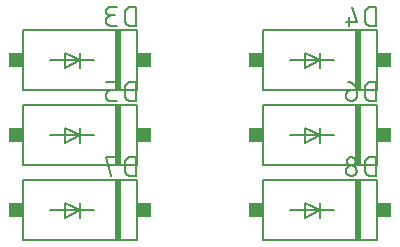
<source format=gbr>
G04 EAGLE Gerber RS-274X export*
G75*
%MOMM*%
%FSLAX34Y34*%
%LPD*%
%INSilkscreen Bottom*%
%IPPOS*%
%AMOC8*
5,1,8,0,0,1.08239X$1,22.5*%
G01*
%ADD10C,0.152400*%
%ADD11R,0.508000X5.080000*%
%ADD12R,1.143000X1.270000*%
%ADD13C,0.177800*%


D10*
X276860Y619600D02*
X276860Y670400D01*
X180340Y670400D02*
X180340Y619600D01*
X180340Y670400D02*
X276860Y670400D01*
X276860Y619600D02*
X180340Y619600D01*
X228600Y645000D02*
X240030Y645000D01*
X228600Y645000D02*
X228600Y651350D01*
X228600Y645000D02*
X215900Y651350D01*
X228600Y645000D02*
X203200Y645000D01*
X228600Y645000D02*
X228600Y638650D01*
X215900Y638650D02*
X215900Y651350D01*
X215900Y638650D02*
X228600Y645000D01*
D11*
X260350Y645000D03*
D12*
X174625Y645000D03*
X282575Y645000D03*
D13*
X275717Y674083D02*
X275717Y690085D01*
X271272Y690085D01*
X271140Y690083D01*
X271009Y690077D01*
X270877Y690067D01*
X270746Y690054D01*
X270616Y690036D01*
X270486Y690015D01*
X270356Y689990D01*
X270228Y689961D01*
X270100Y689928D01*
X269974Y689891D01*
X269848Y689851D01*
X269724Y689807D01*
X269601Y689759D01*
X269480Y689708D01*
X269360Y689653D01*
X269242Y689595D01*
X269126Y689533D01*
X269012Y689467D01*
X268899Y689399D01*
X268789Y689327D01*
X268681Y689252D01*
X268575Y689173D01*
X268471Y689092D01*
X268370Y689007D01*
X268272Y688920D01*
X268176Y688829D01*
X268083Y688736D01*
X267992Y688640D01*
X267905Y688542D01*
X267820Y688441D01*
X267739Y688337D01*
X267660Y688231D01*
X267585Y688123D01*
X267513Y688013D01*
X267445Y687900D01*
X267379Y687786D01*
X267317Y687670D01*
X267259Y687552D01*
X267204Y687432D01*
X267153Y687311D01*
X267105Y687188D01*
X267061Y687064D01*
X267021Y686938D01*
X266984Y686812D01*
X266951Y686684D01*
X266922Y686556D01*
X266897Y686426D01*
X266876Y686296D01*
X266858Y686166D01*
X266845Y686035D01*
X266835Y685903D01*
X266829Y685772D01*
X266827Y685640D01*
X266827Y678528D01*
X266829Y678396D01*
X266835Y678265D01*
X266845Y678133D01*
X266858Y678002D01*
X266876Y677872D01*
X266897Y677742D01*
X266922Y677612D01*
X266951Y677484D01*
X266984Y677356D01*
X267021Y677230D01*
X267061Y677104D01*
X267105Y676980D01*
X267153Y676857D01*
X267204Y676736D01*
X267259Y676616D01*
X267317Y676498D01*
X267379Y676382D01*
X267445Y676268D01*
X267513Y676155D01*
X267585Y676045D01*
X267660Y675937D01*
X267739Y675831D01*
X267820Y675727D01*
X267905Y675626D01*
X267992Y675528D01*
X268083Y675432D01*
X268176Y675339D01*
X268272Y675248D01*
X268370Y675161D01*
X268471Y675076D01*
X268575Y674995D01*
X268681Y674916D01*
X268789Y674841D01*
X268899Y674769D01*
X269012Y674701D01*
X269126Y674635D01*
X269242Y674573D01*
X269360Y674515D01*
X269480Y674460D01*
X269601Y674409D01*
X269724Y674361D01*
X269848Y674317D01*
X269974Y674277D01*
X270100Y674240D01*
X270228Y674207D01*
X270356Y674178D01*
X270486Y674153D01*
X270616Y674132D01*
X270746Y674114D01*
X270877Y674101D01*
X271009Y674091D01*
X271140Y674085D01*
X271272Y674083D01*
X275717Y674083D01*
X259565Y674083D02*
X255120Y674083D01*
X254988Y674085D01*
X254857Y674091D01*
X254725Y674101D01*
X254594Y674114D01*
X254464Y674132D01*
X254334Y674153D01*
X254204Y674178D01*
X254076Y674207D01*
X253948Y674240D01*
X253822Y674277D01*
X253696Y674317D01*
X253572Y674361D01*
X253449Y674409D01*
X253328Y674460D01*
X253208Y674515D01*
X253090Y674573D01*
X252974Y674635D01*
X252860Y674701D01*
X252747Y674769D01*
X252637Y674841D01*
X252529Y674916D01*
X252423Y674995D01*
X252319Y675076D01*
X252218Y675161D01*
X252120Y675248D01*
X252024Y675339D01*
X251931Y675432D01*
X251840Y675528D01*
X251753Y675626D01*
X251668Y675727D01*
X251587Y675831D01*
X251508Y675937D01*
X251433Y676045D01*
X251361Y676155D01*
X251293Y676268D01*
X251227Y676382D01*
X251165Y676498D01*
X251107Y676616D01*
X251052Y676736D01*
X251001Y676857D01*
X250953Y676980D01*
X250909Y677104D01*
X250869Y677230D01*
X250832Y677356D01*
X250799Y677484D01*
X250770Y677612D01*
X250745Y677742D01*
X250724Y677872D01*
X250706Y678002D01*
X250693Y678133D01*
X250683Y678265D01*
X250677Y678396D01*
X250675Y678528D01*
X250677Y678660D01*
X250683Y678791D01*
X250693Y678923D01*
X250706Y679054D01*
X250724Y679184D01*
X250745Y679314D01*
X250770Y679444D01*
X250799Y679572D01*
X250832Y679700D01*
X250869Y679826D01*
X250909Y679952D01*
X250953Y680076D01*
X251001Y680199D01*
X251052Y680320D01*
X251107Y680440D01*
X251165Y680558D01*
X251227Y680674D01*
X251293Y680788D01*
X251361Y680901D01*
X251433Y681011D01*
X251508Y681119D01*
X251587Y681225D01*
X251668Y681329D01*
X251753Y681430D01*
X251840Y681528D01*
X251931Y681624D01*
X252024Y681717D01*
X252120Y681808D01*
X252218Y681895D01*
X252319Y681980D01*
X252423Y682061D01*
X252529Y682140D01*
X252637Y682215D01*
X252747Y682287D01*
X252860Y682355D01*
X252974Y682421D01*
X253090Y682483D01*
X253208Y682541D01*
X253328Y682596D01*
X253449Y682647D01*
X253572Y682695D01*
X253696Y682739D01*
X253822Y682779D01*
X253948Y682816D01*
X254076Y682849D01*
X254204Y682878D01*
X254334Y682903D01*
X254464Y682924D01*
X254594Y682942D01*
X254725Y682955D01*
X254857Y682965D01*
X254988Y682971D01*
X255120Y682973D01*
X254231Y690085D02*
X259565Y690085D01*
X254231Y690085D02*
X254113Y690083D01*
X253996Y690077D01*
X253879Y690068D01*
X253762Y690054D01*
X253646Y690037D01*
X253530Y690015D01*
X253415Y689990D01*
X253301Y689961D01*
X253188Y689929D01*
X253076Y689892D01*
X252966Y689852D01*
X252857Y689809D01*
X252749Y689761D01*
X252643Y689711D01*
X252539Y689656D01*
X252436Y689599D01*
X252336Y689538D01*
X252237Y689473D01*
X252141Y689406D01*
X252047Y689335D01*
X251955Y689261D01*
X251866Y689185D01*
X251780Y689105D01*
X251696Y689023D01*
X251615Y688937D01*
X251537Y688850D01*
X251461Y688759D01*
X251389Y688666D01*
X251320Y688571D01*
X251254Y688474D01*
X251191Y688374D01*
X251132Y688273D01*
X251076Y688170D01*
X251024Y688064D01*
X250975Y687957D01*
X250929Y687849D01*
X250887Y687739D01*
X250849Y687628D01*
X250815Y687515D01*
X250784Y687402D01*
X250757Y687287D01*
X250734Y687172D01*
X250714Y687056D01*
X250699Y686940D01*
X250687Y686823D01*
X250679Y686705D01*
X250675Y686588D01*
X250675Y686470D01*
X250679Y686353D01*
X250687Y686235D01*
X250699Y686118D01*
X250714Y686002D01*
X250734Y685886D01*
X250757Y685771D01*
X250784Y685656D01*
X250815Y685543D01*
X250849Y685430D01*
X250887Y685319D01*
X250929Y685209D01*
X250975Y685101D01*
X251024Y684994D01*
X251076Y684888D01*
X251132Y684785D01*
X251191Y684684D01*
X251254Y684584D01*
X251320Y684487D01*
X251389Y684392D01*
X251461Y684299D01*
X251537Y684208D01*
X251615Y684121D01*
X251696Y684035D01*
X251780Y683953D01*
X251866Y683873D01*
X251955Y683797D01*
X252047Y683723D01*
X252141Y683652D01*
X252237Y683585D01*
X252336Y683520D01*
X252436Y683459D01*
X252539Y683402D01*
X252643Y683347D01*
X252749Y683297D01*
X252857Y683249D01*
X252966Y683206D01*
X253076Y683166D01*
X253188Y683129D01*
X253301Y683097D01*
X253415Y683068D01*
X253530Y683043D01*
X253646Y683021D01*
X253762Y683004D01*
X253879Y682990D01*
X253996Y682981D01*
X254113Y682975D01*
X254231Y682973D01*
X257787Y682973D01*
D10*
X480060Y670400D02*
X480060Y619600D01*
X383540Y619600D02*
X383540Y670400D01*
X480060Y670400D01*
X480060Y619600D02*
X383540Y619600D01*
X431800Y645000D02*
X443230Y645000D01*
X431800Y645000D02*
X431800Y651350D01*
X431800Y645000D02*
X419100Y651350D01*
X431800Y645000D02*
X406400Y645000D01*
X431800Y645000D02*
X431800Y638650D01*
X419100Y638650D02*
X419100Y651350D01*
X419100Y638650D02*
X431800Y645000D01*
D11*
X463550Y645000D03*
D12*
X377825Y645000D03*
X485775Y645000D03*
D13*
X478917Y674083D02*
X478917Y690085D01*
X474472Y690085D01*
X474340Y690083D01*
X474209Y690077D01*
X474077Y690067D01*
X473946Y690054D01*
X473816Y690036D01*
X473686Y690015D01*
X473556Y689990D01*
X473428Y689961D01*
X473300Y689928D01*
X473174Y689891D01*
X473048Y689851D01*
X472924Y689807D01*
X472801Y689759D01*
X472680Y689708D01*
X472560Y689653D01*
X472442Y689595D01*
X472326Y689533D01*
X472212Y689467D01*
X472099Y689399D01*
X471989Y689327D01*
X471881Y689252D01*
X471775Y689173D01*
X471671Y689092D01*
X471570Y689007D01*
X471472Y688920D01*
X471376Y688829D01*
X471283Y688736D01*
X471192Y688640D01*
X471105Y688542D01*
X471020Y688441D01*
X470939Y688337D01*
X470860Y688231D01*
X470785Y688123D01*
X470713Y688013D01*
X470645Y687900D01*
X470579Y687786D01*
X470517Y687670D01*
X470459Y687552D01*
X470404Y687432D01*
X470353Y687311D01*
X470305Y687188D01*
X470261Y687064D01*
X470221Y686938D01*
X470184Y686812D01*
X470151Y686684D01*
X470122Y686556D01*
X470097Y686426D01*
X470076Y686296D01*
X470058Y686166D01*
X470045Y686035D01*
X470035Y685903D01*
X470029Y685772D01*
X470027Y685640D01*
X470027Y678528D01*
X470029Y678396D01*
X470035Y678265D01*
X470045Y678133D01*
X470058Y678002D01*
X470076Y677872D01*
X470097Y677742D01*
X470122Y677612D01*
X470151Y677484D01*
X470184Y677356D01*
X470221Y677230D01*
X470261Y677104D01*
X470305Y676980D01*
X470353Y676857D01*
X470404Y676736D01*
X470459Y676616D01*
X470517Y676498D01*
X470579Y676382D01*
X470645Y676268D01*
X470713Y676155D01*
X470785Y676045D01*
X470860Y675937D01*
X470939Y675831D01*
X471020Y675727D01*
X471105Y675626D01*
X471192Y675528D01*
X471283Y675432D01*
X471376Y675339D01*
X471472Y675248D01*
X471570Y675161D01*
X471671Y675076D01*
X471775Y674995D01*
X471881Y674916D01*
X471989Y674841D01*
X472099Y674769D01*
X472212Y674701D01*
X472326Y674635D01*
X472442Y674573D01*
X472560Y674515D01*
X472680Y674460D01*
X472801Y674409D01*
X472924Y674361D01*
X473048Y674317D01*
X473174Y674277D01*
X473300Y674240D01*
X473428Y674207D01*
X473556Y674178D01*
X473686Y674153D01*
X473816Y674132D01*
X473946Y674114D01*
X474077Y674101D01*
X474209Y674091D01*
X474340Y674085D01*
X474472Y674083D01*
X478917Y674083D01*
X462765Y677639D02*
X459209Y690085D01*
X462765Y677639D02*
X453875Y677639D01*
X456542Y681195D02*
X456542Y674083D01*
D10*
X276860Y606900D02*
X276860Y556100D01*
X180340Y556100D02*
X180340Y606900D01*
X276860Y606900D01*
X276860Y556100D02*
X180340Y556100D01*
X228600Y581500D02*
X240030Y581500D01*
X228600Y581500D02*
X228600Y587850D01*
X228600Y581500D02*
X215900Y587850D01*
X228600Y581500D02*
X203200Y581500D01*
X228600Y581500D02*
X228600Y575150D01*
X215900Y575150D02*
X215900Y587850D01*
X215900Y575150D02*
X228600Y581500D01*
D11*
X260350Y581500D03*
D12*
X174625Y581500D03*
X282575Y581500D03*
D13*
X275717Y610583D02*
X275717Y626585D01*
X271272Y626585D01*
X271140Y626583D01*
X271009Y626577D01*
X270877Y626567D01*
X270746Y626554D01*
X270616Y626536D01*
X270486Y626515D01*
X270356Y626490D01*
X270228Y626461D01*
X270100Y626428D01*
X269974Y626391D01*
X269848Y626351D01*
X269724Y626307D01*
X269601Y626259D01*
X269480Y626208D01*
X269360Y626153D01*
X269242Y626095D01*
X269126Y626033D01*
X269012Y625967D01*
X268899Y625899D01*
X268789Y625827D01*
X268681Y625752D01*
X268575Y625673D01*
X268471Y625592D01*
X268370Y625507D01*
X268272Y625420D01*
X268176Y625329D01*
X268083Y625236D01*
X267992Y625140D01*
X267905Y625042D01*
X267820Y624941D01*
X267739Y624837D01*
X267660Y624731D01*
X267585Y624623D01*
X267513Y624513D01*
X267445Y624400D01*
X267379Y624286D01*
X267317Y624170D01*
X267259Y624052D01*
X267204Y623932D01*
X267153Y623811D01*
X267105Y623688D01*
X267061Y623564D01*
X267021Y623438D01*
X266984Y623312D01*
X266951Y623184D01*
X266922Y623056D01*
X266897Y622926D01*
X266876Y622796D01*
X266858Y622666D01*
X266845Y622535D01*
X266835Y622403D01*
X266829Y622272D01*
X266827Y622140D01*
X266827Y615028D01*
X266829Y614896D01*
X266835Y614765D01*
X266845Y614633D01*
X266858Y614502D01*
X266876Y614372D01*
X266897Y614242D01*
X266922Y614112D01*
X266951Y613984D01*
X266984Y613856D01*
X267021Y613730D01*
X267061Y613604D01*
X267105Y613480D01*
X267153Y613357D01*
X267204Y613236D01*
X267259Y613116D01*
X267317Y612998D01*
X267379Y612882D01*
X267445Y612768D01*
X267513Y612655D01*
X267585Y612545D01*
X267660Y612437D01*
X267739Y612331D01*
X267820Y612227D01*
X267905Y612126D01*
X267992Y612028D01*
X268083Y611932D01*
X268176Y611839D01*
X268272Y611748D01*
X268370Y611661D01*
X268471Y611576D01*
X268575Y611495D01*
X268681Y611416D01*
X268789Y611341D01*
X268899Y611269D01*
X269012Y611201D01*
X269126Y611135D01*
X269242Y611073D01*
X269360Y611015D01*
X269480Y610960D01*
X269601Y610909D01*
X269724Y610861D01*
X269848Y610817D01*
X269974Y610777D01*
X270100Y610740D01*
X270228Y610707D01*
X270356Y610678D01*
X270486Y610653D01*
X270616Y610632D01*
X270746Y610614D01*
X270877Y610601D01*
X271009Y610591D01*
X271140Y610585D01*
X271272Y610583D01*
X275717Y610583D01*
X259565Y610583D02*
X254231Y610583D01*
X254115Y610585D01*
X253998Y610591D01*
X253882Y610600D01*
X253767Y610613D01*
X253652Y610630D01*
X253537Y610651D01*
X253424Y610676D01*
X253311Y610704D01*
X253199Y610736D01*
X253088Y610772D01*
X252978Y610811D01*
X252870Y610854D01*
X252763Y610900D01*
X252658Y610950D01*
X252555Y611003D01*
X252453Y611059D01*
X252353Y611119D01*
X252255Y611182D01*
X252160Y611249D01*
X252066Y611318D01*
X251975Y611390D01*
X251886Y611465D01*
X251800Y611544D01*
X251717Y611625D01*
X251636Y611708D01*
X251557Y611794D01*
X251482Y611883D01*
X251410Y611974D01*
X251341Y612068D01*
X251274Y612163D01*
X251211Y612261D01*
X251151Y612361D01*
X251095Y612463D01*
X251042Y612566D01*
X250992Y612671D01*
X250946Y612778D01*
X250903Y612886D01*
X250864Y612996D01*
X250828Y613107D01*
X250796Y613219D01*
X250768Y613332D01*
X250743Y613445D01*
X250722Y613560D01*
X250705Y613675D01*
X250692Y613790D01*
X250683Y613906D01*
X250677Y614023D01*
X250675Y614139D01*
X250675Y615917D01*
X250677Y616033D01*
X250683Y616150D01*
X250692Y616266D01*
X250705Y616381D01*
X250722Y616496D01*
X250743Y616611D01*
X250768Y616724D01*
X250796Y616837D01*
X250828Y616949D01*
X250864Y617060D01*
X250903Y617170D01*
X250946Y617278D01*
X250992Y617385D01*
X251042Y617490D01*
X251095Y617593D01*
X251151Y617695D01*
X251211Y617795D01*
X251274Y617893D01*
X251341Y617988D01*
X251410Y618082D01*
X251482Y618173D01*
X251557Y618262D01*
X251636Y618348D01*
X251717Y618431D01*
X251800Y618512D01*
X251886Y618591D01*
X251975Y618666D01*
X252066Y618738D01*
X252160Y618807D01*
X252255Y618874D01*
X252353Y618937D01*
X252453Y618997D01*
X252555Y619053D01*
X252658Y619106D01*
X252763Y619156D01*
X252870Y619202D01*
X252978Y619245D01*
X253088Y619284D01*
X253199Y619320D01*
X253311Y619352D01*
X253424Y619380D01*
X253537Y619405D01*
X253652Y619426D01*
X253767Y619443D01*
X253882Y619456D01*
X253998Y619465D01*
X254115Y619471D01*
X254231Y619473D01*
X259565Y619473D01*
X259565Y626585D01*
X250675Y626585D01*
D10*
X480060Y606900D02*
X480060Y556100D01*
X383540Y556100D02*
X383540Y606900D01*
X480060Y606900D01*
X480060Y556100D02*
X383540Y556100D01*
X431800Y581500D02*
X443230Y581500D01*
X431800Y581500D02*
X431800Y587850D01*
X431800Y581500D02*
X419100Y587850D01*
X431800Y581500D02*
X406400Y581500D01*
X431800Y581500D02*
X431800Y575150D01*
X419100Y575150D02*
X419100Y587850D01*
X419100Y575150D02*
X431800Y581500D01*
D11*
X463550Y581500D03*
D12*
X377825Y581500D03*
X485775Y581500D03*
D13*
X478917Y610583D02*
X478917Y626585D01*
X474472Y626585D01*
X474340Y626583D01*
X474209Y626577D01*
X474077Y626567D01*
X473946Y626554D01*
X473816Y626536D01*
X473686Y626515D01*
X473556Y626490D01*
X473428Y626461D01*
X473300Y626428D01*
X473174Y626391D01*
X473048Y626351D01*
X472924Y626307D01*
X472801Y626259D01*
X472680Y626208D01*
X472560Y626153D01*
X472442Y626095D01*
X472326Y626033D01*
X472212Y625967D01*
X472099Y625899D01*
X471989Y625827D01*
X471881Y625752D01*
X471775Y625673D01*
X471671Y625592D01*
X471570Y625507D01*
X471472Y625420D01*
X471376Y625329D01*
X471283Y625236D01*
X471192Y625140D01*
X471105Y625042D01*
X471020Y624941D01*
X470939Y624837D01*
X470860Y624731D01*
X470785Y624623D01*
X470713Y624513D01*
X470645Y624400D01*
X470579Y624286D01*
X470517Y624170D01*
X470459Y624052D01*
X470404Y623932D01*
X470353Y623811D01*
X470305Y623688D01*
X470261Y623564D01*
X470221Y623438D01*
X470184Y623312D01*
X470151Y623184D01*
X470122Y623056D01*
X470097Y622926D01*
X470076Y622796D01*
X470058Y622666D01*
X470045Y622535D01*
X470035Y622403D01*
X470029Y622272D01*
X470027Y622140D01*
X470027Y615028D01*
X470029Y614896D01*
X470035Y614765D01*
X470045Y614633D01*
X470058Y614502D01*
X470076Y614372D01*
X470097Y614242D01*
X470122Y614112D01*
X470151Y613984D01*
X470184Y613856D01*
X470221Y613730D01*
X470261Y613604D01*
X470305Y613480D01*
X470353Y613357D01*
X470404Y613236D01*
X470459Y613116D01*
X470517Y612998D01*
X470579Y612882D01*
X470645Y612768D01*
X470713Y612655D01*
X470785Y612545D01*
X470860Y612437D01*
X470939Y612331D01*
X471020Y612227D01*
X471105Y612126D01*
X471192Y612028D01*
X471283Y611932D01*
X471376Y611839D01*
X471472Y611748D01*
X471570Y611661D01*
X471671Y611576D01*
X471775Y611495D01*
X471881Y611416D01*
X471989Y611341D01*
X472099Y611269D01*
X472212Y611201D01*
X472326Y611135D01*
X472442Y611073D01*
X472560Y611015D01*
X472680Y610960D01*
X472801Y610909D01*
X472924Y610861D01*
X473048Y610817D01*
X473174Y610777D01*
X473300Y610740D01*
X473428Y610707D01*
X473556Y610678D01*
X473686Y610653D01*
X473816Y610632D01*
X473946Y610614D01*
X474077Y610601D01*
X474209Y610591D01*
X474340Y610585D01*
X474472Y610583D01*
X478917Y610583D01*
X462765Y619473D02*
X457431Y619473D01*
X457315Y619471D01*
X457198Y619465D01*
X457082Y619456D01*
X456967Y619443D01*
X456852Y619426D01*
X456737Y619405D01*
X456624Y619380D01*
X456511Y619352D01*
X456399Y619320D01*
X456288Y619284D01*
X456178Y619245D01*
X456070Y619202D01*
X455963Y619156D01*
X455858Y619106D01*
X455755Y619053D01*
X455653Y618997D01*
X455553Y618937D01*
X455455Y618874D01*
X455360Y618807D01*
X455266Y618738D01*
X455175Y618666D01*
X455086Y618591D01*
X455000Y618512D01*
X454917Y618431D01*
X454836Y618348D01*
X454757Y618262D01*
X454682Y618173D01*
X454610Y618082D01*
X454541Y617988D01*
X454474Y617893D01*
X454411Y617795D01*
X454351Y617695D01*
X454295Y617593D01*
X454242Y617490D01*
X454192Y617385D01*
X454146Y617278D01*
X454103Y617170D01*
X454064Y617060D01*
X454028Y616949D01*
X453996Y616837D01*
X453968Y616724D01*
X453943Y616611D01*
X453922Y616496D01*
X453905Y616381D01*
X453892Y616266D01*
X453883Y616150D01*
X453877Y616033D01*
X453875Y615917D01*
X453875Y615028D01*
X453877Y614896D01*
X453883Y614765D01*
X453893Y614633D01*
X453906Y614502D01*
X453924Y614372D01*
X453945Y614242D01*
X453970Y614112D01*
X453999Y613984D01*
X454032Y613856D01*
X454069Y613730D01*
X454109Y613604D01*
X454153Y613480D01*
X454201Y613357D01*
X454252Y613236D01*
X454307Y613116D01*
X454365Y612998D01*
X454427Y612882D01*
X454493Y612768D01*
X454561Y612655D01*
X454633Y612545D01*
X454708Y612437D01*
X454787Y612331D01*
X454868Y612227D01*
X454953Y612126D01*
X455040Y612028D01*
X455131Y611932D01*
X455224Y611839D01*
X455320Y611748D01*
X455418Y611661D01*
X455519Y611576D01*
X455623Y611495D01*
X455729Y611416D01*
X455837Y611341D01*
X455947Y611269D01*
X456060Y611201D01*
X456174Y611135D01*
X456290Y611073D01*
X456408Y611015D01*
X456528Y610960D01*
X456649Y610909D01*
X456772Y610861D01*
X456896Y610817D01*
X457022Y610777D01*
X457148Y610740D01*
X457276Y610707D01*
X457404Y610678D01*
X457534Y610653D01*
X457664Y610632D01*
X457794Y610614D01*
X457925Y610601D01*
X458057Y610591D01*
X458188Y610585D01*
X458320Y610583D01*
X458452Y610585D01*
X458583Y610591D01*
X458715Y610601D01*
X458846Y610614D01*
X458976Y610632D01*
X459106Y610653D01*
X459236Y610678D01*
X459364Y610707D01*
X459492Y610740D01*
X459618Y610777D01*
X459744Y610817D01*
X459868Y610861D01*
X459991Y610909D01*
X460112Y610960D01*
X460232Y611015D01*
X460350Y611073D01*
X460466Y611135D01*
X460580Y611201D01*
X460693Y611269D01*
X460803Y611341D01*
X460911Y611416D01*
X461017Y611495D01*
X461121Y611576D01*
X461222Y611661D01*
X461320Y611748D01*
X461416Y611839D01*
X461509Y611932D01*
X461600Y612028D01*
X461687Y612126D01*
X461772Y612227D01*
X461853Y612331D01*
X461932Y612437D01*
X462007Y612545D01*
X462079Y612655D01*
X462147Y612768D01*
X462213Y612882D01*
X462275Y612998D01*
X462333Y613116D01*
X462388Y613236D01*
X462439Y613357D01*
X462487Y613480D01*
X462531Y613604D01*
X462571Y613730D01*
X462608Y613856D01*
X462641Y613984D01*
X462670Y614112D01*
X462695Y614242D01*
X462716Y614372D01*
X462734Y614502D01*
X462747Y614633D01*
X462757Y614765D01*
X462763Y614896D01*
X462765Y615028D01*
X462765Y619473D01*
X462763Y619645D01*
X462757Y619817D01*
X462746Y619988D01*
X462732Y620159D01*
X462713Y620330D01*
X462690Y620501D01*
X462663Y620670D01*
X462633Y620839D01*
X462597Y621008D01*
X462558Y621175D01*
X462515Y621341D01*
X462468Y621507D01*
X462417Y621671D01*
X462362Y621834D01*
X462303Y621995D01*
X462240Y622155D01*
X462173Y622313D01*
X462103Y622470D01*
X462028Y622625D01*
X461950Y622778D01*
X461869Y622929D01*
X461783Y623078D01*
X461694Y623226D01*
X461602Y623370D01*
X461506Y623513D01*
X461407Y623653D01*
X461304Y623791D01*
X461198Y623926D01*
X461089Y624059D01*
X460976Y624189D01*
X460861Y624316D01*
X460742Y624441D01*
X460621Y624562D01*
X460496Y624681D01*
X460369Y624796D01*
X460239Y624909D01*
X460106Y625018D01*
X459971Y625124D01*
X459833Y625227D01*
X459693Y625326D01*
X459550Y625422D01*
X459406Y625514D01*
X459258Y625603D01*
X459109Y625689D01*
X458958Y625770D01*
X458805Y625848D01*
X458650Y625923D01*
X458493Y625993D01*
X458335Y626060D01*
X458175Y626123D01*
X458014Y626182D01*
X457851Y626237D01*
X457687Y626288D01*
X457521Y626335D01*
X457355Y626378D01*
X457188Y626417D01*
X457019Y626453D01*
X456850Y626483D01*
X456681Y626510D01*
X456510Y626533D01*
X456339Y626552D01*
X456168Y626566D01*
X455997Y626577D01*
X455825Y626583D01*
X455653Y626585D01*
D10*
X276860Y543400D02*
X276860Y492600D01*
X180340Y492600D02*
X180340Y543400D01*
X276860Y543400D01*
X276860Y492600D02*
X180340Y492600D01*
X228600Y518000D02*
X240030Y518000D01*
X228600Y518000D02*
X228600Y524350D01*
X228600Y518000D02*
X215900Y524350D01*
X228600Y518000D02*
X203200Y518000D01*
X228600Y518000D02*
X228600Y511650D01*
X215900Y511650D02*
X215900Y524350D01*
X215900Y511650D02*
X228600Y518000D01*
D11*
X260350Y518000D03*
D12*
X174625Y518000D03*
X282575Y518000D03*
D13*
X275717Y547083D02*
X275717Y563085D01*
X271272Y563085D01*
X271140Y563083D01*
X271009Y563077D01*
X270877Y563067D01*
X270746Y563054D01*
X270616Y563036D01*
X270486Y563015D01*
X270356Y562990D01*
X270228Y562961D01*
X270100Y562928D01*
X269974Y562891D01*
X269848Y562851D01*
X269724Y562807D01*
X269601Y562759D01*
X269480Y562708D01*
X269360Y562653D01*
X269242Y562595D01*
X269126Y562533D01*
X269012Y562467D01*
X268899Y562399D01*
X268789Y562327D01*
X268681Y562252D01*
X268575Y562173D01*
X268471Y562092D01*
X268370Y562007D01*
X268272Y561920D01*
X268176Y561829D01*
X268083Y561736D01*
X267992Y561640D01*
X267905Y561542D01*
X267820Y561441D01*
X267739Y561337D01*
X267660Y561231D01*
X267585Y561123D01*
X267513Y561013D01*
X267445Y560900D01*
X267379Y560786D01*
X267317Y560670D01*
X267259Y560552D01*
X267204Y560432D01*
X267153Y560311D01*
X267105Y560188D01*
X267061Y560064D01*
X267021Y559938D01*
X266984Y559812D01*
X266951Y559684D01*
X266922Y559556D01*
X266897Y559426D01*
X266876Y559296D01*
X266858Y559166D01*
X266845Y559035D01*
X266835Y558903D01*
X266829Y558772D01*
X266827Y558640D01*
X266827Y551528D01*
X266829Y551396D01*
X266835Y551265D01*
X266845Y551133D01*
X266858Y551002D01*
X266876Y550872D01*
X266897Y550742D01*
X266922Y550612D01*
X266951Y550484D01*
X266984Y550356D01*
X267021Y550230D01*
X267061Y550104D01*
X267105Y549980D01*
X267153Y549857D01*
X267204Y549736D01*
X267259Y549616D01*
X267317Y549498D01*
X267379Y549382D01*
X267445Y549268D01*
X267513Y549155D01*
X267585Y549045D01*
X267660Y548937D01*
X267739Y548831D01*
X267820Y548727D01*
X267905Y548626D01*
X267992Y548528D01*
X268083Y548432D01*
X268176Y548339D01*
X268272Y548248D01*
X268370Y548161D01*
X268471Y548076D01*
X268575Y547995D01*
X268681Y547916D01*
X268789Y547841D01*
X268899Y547769D01*
X269012Y547701D01*
X269126Y547635D01*
X269242Y547573D01*
X269360Y547515D01*
X269480Y547460D01*
X269601Y547409D01*
X269724Y547361D01*
X269848Y547317D01*
X269974Y547277D01*
X270100Y547240D01*
X270228Y547207D01*
X270356Y547178D01*
X270486Y547153D01*
X270616Y547132D01*
X270746Y547114D01*
X270877Y547101D01*
X271009Y547091D01*
X271140Y547085D01*
X271272Y547083D01*
X275717Y547083D01*
X259565Y561307D02*
X259565Y563085D01*
X250675Y563085D01*
X255120Y547083D01*
D10*
X480060Y543400D02*
X480060Y492600D01*
X383540Y492600D02*
X383540Y543400D01*
X480060Y543400D01*
X480060Y492600D02*
X383540Y492600D01*
X431800Y518000D02*
X443230Y518000D01*
X431800Y518000D02*
X431800Y524350D01*
X431800Y518000D02*
X419100Y524350D01*
X431800Y518000D02*
X406400Y518000D01*
X431800Y518000D02*
X431800Y511650D01*
X419100Y511650D02*
X419100Y524350D01*
X419100Y511650D02*
X431800Y518000D01*
D11*
X463550Y518000D03*
D12*
X377825Y518000D03*
X485775Y518000D03*
D13*
X478917Y547083D02*
X478917Y563085D01*
X474472Y563085D01*
X474340Y563083D01*
X474209Y563077D01*
X474077Y563067D01*
X473946Y563054D01*
X473816Y563036D01*
X473686Y563015D01*
X473556Y562990D01*
X473428Y562961D01*
X473300Y562928D01*
X473174Y562891D01*
X473048Y562851D01*
X472924Y562807D01*
X472801Y562759D01*
X472680Y562708D01*
X472560Y562653D01*
X472442Y562595D01*
X472326Y562533D01*
X472212Y562467D01*
X472099Y562399D01*
X471989Y562327D01*
X471881Y562252D01*
X471775Y562173D01*
X471671Y562092D01*
X471570Y562007D01*
X471472Y561920D01*
X471376Y561829D01*
X471283Y561736D01*
X471192Y561640D01*
X471105Y561542D01*
X471020Y561441D01*
X470939Y561337D01*
X470860Y561231D01*
X470785Y561123D01*
X470713Y561013D01*
X470645Y560900D01*
X470579Y560786D01*
X470517Y560670D01*
X470459Y560552D01*
X470404Y560432D01*
X470353Y560311D01*
X470305Y560188D01*
X470261Y560064D01*
X470221Y559938D01*
X470184Y559812D01*
X470151Y559684D01*
X470122Y559556D01*
X470097Y559426D01*
X470076Y559296D01*
X470058Y559166D01*
X470045Y559035D01*
X470035Y558903D01*
X470029Y558772D01*
X470027Y558640D01*
X470027Y551528D01*
X470029Y551396D01*
X470035Y551265D01*
X470045Y551133D01*
X470058Y551002D01*
X470076Y550872D01*
X470097Y550742D01*
X470122Y550612D01*
X470151Y550484D01*
X470184Y550356D01*
X470221Y550230D01*
X470261Y550104D01*
X470305Y549980D01*
X470353Y549857D01*
X470404Y549736D01*
X470459Y549616D01*
X470517Y549498D01*
X470579Y549382D01*
X470645Y549268D01*
X470713Y549155D01*
X470785Y549045D01*
X470860Y548937D01*
X470939Y548831D01*
X471020Y548727D01*
X471105Y548626D01*
X471192Y548528D01*
X471283Y548432D01*
X471376Y548339D01*
X471472Y548248D01*
X471570Y548161D01*
X471671Y548076D01*
X471775Y547995D01*
X471881Y547916D01*
X471989Y547841D01*
X472099Y547769D01*
X472212Y547701D01*
X472326Y547635D01*
X472442Y547573D01*
X472560Y547515D01*
X472680Y547460D01*
X472801Y547409D01*
X472924Y547361D01*
X473048Y547317D01*
X473174Y547277D01*
X473300Y547240D01*
X473428Y547207D01*
X473556Y547178D01*
X473686Y547153D01*
X473816Y547132D01*
X473946Y547114D01*
X474077Y547101D01*
X474209Y547091D01*
X474340Y547085D01*
X474472Y547083D01*
X478917Y547083D01*
X462765Y551528D02*
X462763Y551660D01*
X462757Y551791D01*
X462747Y551923D01*
X462734Y552054D01*
X462716Y552184D01*
X462695Y552314D01*
X462670Y552444D01*
X462641Y552572D01*
X462608Y552700D01*
X462571Y552826D01*
X462531Y552952D01*
X462487Y553076D01*
X462439Y553199D01*
X462388Y553320D01*
X462333Y553440D01*
X462275Y553558D01*
X462213Y553674D01*
X462147Y553788D01*
X462079Y553901D01*
X462007Y554011D01*
X461932Y554119D01*
X461853Y554225D01*
X461772Y554329D01*
X461687Y554430D01*
X461600Y554528D01*
X461509Y554624D01*
X461416Y554717D01*
X461320Y554808D01*
X461222Y554895D01*
X461121Y554980D01*
X461017Y555061D01*
X460911Y555140D01*
X460803Y555215D01*
X460693Y555287D01*
X460580Y555355D01*
X460466Y555421D01*
X460350Y555483D01*
X460232Y555541D01*
X460112Y555596D01*
X459991Y555647D01*
X459868Y555695D01*
X459744Y555739D01*
X459618Y555779D01*
X459492Y555816D01*
X459364Y555849D01*
X459236Y555878D01*
X459106Y555903D01*
X458976Y555924D01*
X458846Y555942D01*
X458715Y555955D01*
X458583Y555965D01*
X458452Y555971D01*
X458320Y555973D01*
X458188Y555971D01*
X458057Y555965D01*
X457925Y555955D01*
X457794Y555942D01*
X457664Y555924D01*
X457534Y555903D01*
X457404Y555878D01*
X457276Y555849D01*
X457148Y555816D01*
X457022Y555779D01*
X456896Y555739D01*
X456772Y555695D01*
X456649Y555647D01*
X456528Y555596D01*
X456408Y555541D01*
X456290Y555483D01*
X456174Y555421D01*
X456060Y555355D01*
X455947Y555287D01*
X455837Y555215D01*
X455729Y555140D01*
X455623Y555061D01*
X455519Y554980D01*
X455418Y554895D01*
X455320Y554808D01*
X455224Y554717D01*
X455131Y554624D01*
X455040Y554528D01*
X454953Y554430D01*
X454868Y554329D01*
X454787Y554225D01*
X454708Y554119D01*
X454633Y554011D01*
X454561Y553901D01*
X454493Y553788D01*
X454427Y553674D01*
X454365Y553558D01*
X454307Y553440D01*
X454252Y553320D01*
X454201Y553199D01*
X454153Y553076D01*
X454109Y552952D01*
X454069Y552826D01*
X454032Y552700D01*
X453999Y552572D01*
X453970Y552444D01*
X453945Y552314D01*
X453924Y552184D01*
X453906Y552054D01*
X453893Y551923D01*
X453883Y551791D01*
X453877Y551660D01*
X453875Y551528D01*
X453877Y551396D01*
X453883Y551265D01*
X453893Y551133D01*
X453906Y551002D01*
X453924Y550872D01*
X453945Y550742D01*
X453970Y550612D01*
X453999Y550484D01*
X454032Y550356D01*
X454069Y550230D01*
X454109Y550104D01*
X454153Y549980D01*
X454201Y549857D01*
X454252Y549736D01*
X454307Y549616D01*
X454365Y549498D01*
X454427Y549382D01*
X454493Y549268D01*
X454561Y549155D01*
X454633Y549045D01*
X454708Y548937D01*
X454787Y548831D01*
X454868Y548727D01*
X454953Y548626D01*
X455040Y548528D01*
X455131Y548432D01*
X455224Y548339D01*
X455320Y548248D01*
X455418Y548161D01*
X455519Y548076D01*
X455623Y547995D01*
X455729Y547916D01*
X455837Y547841D01*
X455947Y547769D01*
X456060Y547701D01*
X456174Y547635D01*
X456290Y547573D01*
X456408Y547515D01*
X456528Y547460D01*
X456649Y547409D01*
X456772Y547361D01*
X456896Y547317D01*
X457022Y547277D01*
X457148Y547240D01*
X457276Y547207D01*
X457404Y547178D01*
X457534Y547153D01*
X457664Y547132D01*
X457794Y547114D01*
X457925Y547101D01*
X458057Y547091D01*
X458188Y547085D01*
X458320Y547083D01*
X458452Y547085D01*
X458583Y547091D01*
X458715Y547101D01*
X458846Y547114D01*
X458976Y547132D01*
X459106Y547153D01*
X459236Y547178D01*
X459364Y547207D01*
X459492Y547240D01*
X459618Y547277D01*
X459744Y547317D01*
X459868Y547361D01*
X459991Y547409D01*
X460112Y547460D01*
X460232Y547515D01*
X460350Y547573D01*
X460466Y547635D01*
X460580Y547701D01*
X460693Y547769D01*
X460803Y547841D01*
X460911Y547916D01*
X461017Y547995D01*
X461121Y548076D01*
X461222Y548161D01*
X461320Y548248D01*
X461416Y548339D01*
X461509Y548432D01*
X461600Y548528D01*
X461687Y548626D01*
X461772Y548727D01*
X461853Y548831D01*
X461932Y548937D01*
X462007Y549045D01*
X462079Y549155D01*
X462147Y549268D01*
X462213Y549382D01*
X462275Y549498D01*
X462333Y549616D01*
X462388Y549736D01*
X462439Y549857D01*
X462487Y549980D01*
X462531Y550104D01*
X462571Y550230D01*
X462608Y550356D01*
X462641Y550484D01*
X462670Y550612D01*
X462695Y550742D01*
X462716Y550872D01*
X462734Y551002D01*
X462747Y551133D01*
X462757Y551265D01*
X462763Y551396D01*
X462765Y551528D01*
X461876Y559529D02*
X461874Y559647D01*
X461868Y559764D01*
X461859Y559881D01*
X461845Y559998D01*
X461828Y560114D01*
X461806Y560230D01*
X461781Y560345D01*
X461752Y560459D01*
X461720Y560572D01*
X461683Y560684D01*
X461643Y560794D01*
X461600Y560903D01*
X461552Y561011D01*
X461502Y561117D01*
X461447Y561221D01*
X461390Y561324D01*
X461329Y561424D01*
X461264Y561523D01*
X461197Y561619D01*
X461126Y561713D01*
X461052Y561805D01*
X460976Y561894D01*
X460896Y561980D01*
X460814Y562064D01*
X460728Y562145D01*
X460641Y562223D01*
X460550Y562299D01*
X460457Y562371D01*
X460362Y562440D01*
X460265Y562506D01*
X460165Y562569D01*
X460064Y562628D01*
X459961Y562684D01*
X459855Y562736D01*
X459748Y562785D01*
X459640Y562831D01*
X459530Y562873D01*
X459419Y562911D01*
X459306Y562945D01*
X459193Y562976D01*
X459078Y563003D01*
X458963Y563026D01*
X458847Y563046D01*
X458731Y563061D01*
X458614Y563073D01*
X458496Y563081D01*
X458379Y563085D01*
X458261Y563085D01*
X458144Y563081D01*
X458026Y563073D01*
X457909Y563061D01*
X457793Y563046D01*
X457677Y563026D01*
X457562Y563003D01*
X457447Y562976D01*
X457334Y562945D01*
X457221Y562911D01*
X457110Y562873D01*
X457000Y562831D01*
X456892Y562785D01*
X456785Y562736D01*
X456679Y562684D01*
X456576Y562628D01*
X456475Y562569D01*
X456375Y562506D01*
X456278Y562440D01*
X456183Y562371D01*
X456090Y562299D01*
X455999Y562223D01*
X455912Y562145D01*
X455826Y562064D01*
X455744Y561980D01*
X455664Y561894D01*
X455588Y561805D01*
X455514Y561713D01*
X455443Y561619D01*
X455376Y561523D01*
X455311Y561424D01*
X455250Y561324D01*
X455193Y561221D01*
X455138Y561117D01*
X455088Y561011D01*
X455040Y560903D01*
X454997Y560794D01*
X454957Y560684D01*
X454920Y560572D01*
X454888Y560459D01*
X454859Y560345D01*
X454834Y560230D01*
X454812Y560114D01*
X454795Y559998D01*
X454781Y559881D01*
X454772Y559764D01*
X454766Y559647D01*
X454764Y559529D01*
X454766Y559411D01*
X454772Y559294D01*
X454781Y559177D01*
X454795Y559060D01*
X454812Y558944D01*
X454834Y558828D01*
X454859Y558713D01*
X454888Y558599D01*
X454920Y558486D01*
X454957Y558374D01*
X454997Y558264D01*
X455040Y558155D01*
X455088Y558047D01*
X455138Y557941D01*
X455193Y557837D01*
X455250Y557734D01*
X455311Y557634D01*
X455376Y557535D01*
X455443Y557439D01*
X455514Y557345D01*
X455588Y557253D01*
X455664Y557164D01*
X455744Y557078D01*
X455826Y556994D01*
X455912Y556913D01*
X455999Y556835D01*
X456090Y556759D01*
X456183Y556687D01*
X456278Y556618D01*
X456375Y556552D01*
X456475Y556489D01*
X456576Y556430D01*
X456679Y556374D01*
X456785Y556322D01*
X456892Y556273D01*
X457000Y556227D01*
X457110Y556185D01*
X457221Y556147D01*
X457334Y556113D01*
X457447Y556082D01*
X457562Y556055D01*
X457677Y556032D01*
X457793Y556012D01*
X457909Y555997D01*
X458026Y555985D01*
X458144Y555977D01*
X458261Y555973D01*
X458379Y555973D01*
X458496Y555977D01*
X458614Y555985D01*
X458731Y555997D01*
X458847Y556012D01*
X458963Y556032D01*
X459078Y556055D01*
X459193Y556082D01*
X459306Y556113D01*
X459419Y556147D01*
X459530Y556185D01*
X459640Y556227D01*
X459748Y556273D01*
X459855Y556322D01*
X459961Y556374D01*
X460064Y556430D01*
X460165Y556489D01*
X460265Y556552D01*
X460362Y556618D01*
X460457Y556687D01*
X460550Y556759D01*
X460641Y556835D01*
X460728Y556913D01*
X460814Y556994D01*
X460896Y557078D01*
X460976Y557164D01*
X461052Y557253D01*
X461126Y557345D01*
X461197Y557439D01*
X461264Y557535D01*
X461329Y557634D01*
X461390Y557734D01*
X461447Y557837D01*
X461502Y557941D01*
X461552Y558047D01*
X461600Y558155D01*
X461643Y558264D01*
X461683Y558374D01*
X461720Y558486D01*
X461752Y558599D01*
X461781Y558713D01*
X461806Y558828D01*
X461828Y558944D01*
X461845Y559060D01*
X461859Y559177D01*
X461868Y559294D01*
X461874Y559411D01*
X461876Y559529D01*
M02*

</source>
